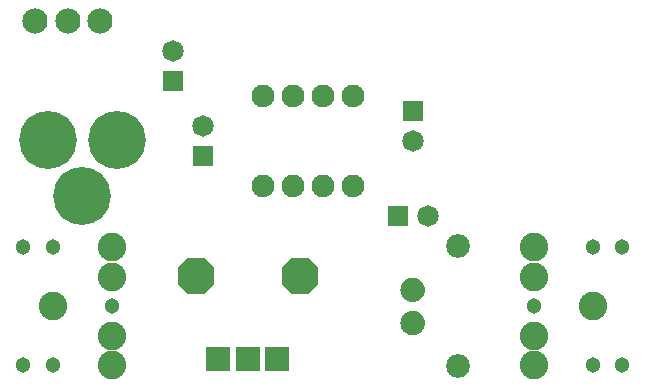
<source format=gbs>
G75*
%MOIN*%
%OFA0B0*%
%FSLAX25Y25*%
%IPPOS*%
%LPD*%
%AMOC8*
5,1,8,0,0,1.08239X$1,22.5*
%
%ADD10R,0.07156X0.07156*%
%ADD11C,0.07156*%
%ADD12C,0.00500*%
%ADD13C,0.07600*%
%ADD14C,0.09518*%
%ADD15C,0.05124*%
%ADD16C,0.07943*%
%ADD17R,0.08337X0.08337*%
%ADD18OC8,0.12274*%
%ADD19C,0.19298*%
%ADD20C,0.08400*%
D10*
X0083573Y0086000D03*
X0073573Y0111000D03*
X0148573Y0066000D03*
X0153573Y0101000D03*
D11*
X0153573Y0091000D03*
X0158573Y0066000D03*
X0083573Y0096000D03*
X0073573Y0121000D03*
D12*
X0151450Y0044627D02*
X0152087Y0044978D01*
X0152780Y0045199D01*
X0153503Y0045280D01*
X0154162Y0045230D01*
X0154803Y0045066D01*
X0155406Y0044794D01*
X0155953Y0044421D01*
X0156426Y0043959D01*
X0156812Y0043421D01*
X0157099Y0042825D01*
X0157277Y0042188D01*
X0157343Y0041530D01*
X0157276Y0040872D01*
X0157095Y0040235D01*
X0156807Y0039640D01*
X0156420Y0039103D01*
X0155945Y0038642D01*
X0155398Y0038271D01*
X0154794Y0038000D01*
X0154152Y0037838D01*
X0153493Y0037790D01*
X0152773Y0037868D01*
X0152083Y0038086D01*
X0151449Y0038434D01*
X0150895Y0038899D01*
X0150442Y0039463D01*
X0150108Y0040105D01*
X0149905Y0040799D01*
X0149843Y0041520D01*
X0149904Y0042245D01*
X0150106Y0042944D01*
X0150440Y0043590D01*
X0150894Y0044158D01*
X0151450Y0044627D01*
X0151146Y0044370D02*
X0156004Y0044370D01*
X0156488Y0043872D02*
X0150666Y0043872D01*
X0150328Y0043373D02*
X0156835Y0043373D01*
X0157075Y0042875D02*
X0150086Y0042875D01*
X0149942Y0042376D02*
X0157225Y0042376D01*
X0157308Y0041878D02*
X0149873Y0041878D01*
X0149855Y0041379D02*
X0157328Y0041379D01*
X0157277Y0040881D02*
X0149898Y0040881D01*
X0150027Y0040382D02*
X0157137Y0040382D01*
X0156925Y0039884D02*
X0150223Y0039884D01*
X0150504Y0039385D02*
X0156623Y0039385D01*
X0156197Y0038887D02*
X0150909Y0038887D01*
X0151532Y0038388D02*
X0155571Y0038388D01*
X0154358Y0037890D02*
X0152705Y0037890D01*
X0152780Y0034178D02*
X0153503Y0034259D01*
X0154162Y0034210D01*
X0154803Y0034046D01*
X0155406Y0033774D01*
X0155953Y0033401D01*
X0156426Y0032939D01*
X0156812Y0032401D01*
X0157099Y0031805D01*
X0157277Y0031168D01*
X0157343Y0030510D01*
X0157276Y0029852D01*
X0157095Y0029215D01*
X0156807Y0028620D01*
X0156420Y0028083D01*
X0155945Y0027622D01*
X0155398Y0027251D01*
X0154794Y0026980D01*
X0154152Y0026818D01*
X0153493Y0026770D01*
X0152773Y0026848D01*
X0152083Y0027066D01*
X0151449Y0027414D01*
X0150895Y0027879D01*
X0150442Y0028443D01*
X0150108Y0029085D01*
X0149905Y0029779D01*
X0149843Y0030500D01*
X0149904Y0031225D01*
X0150106Y0031923D01*
X0150440Y0032569D01*
X0150894Y0033138D01*
X0151450Y0033607D01*
X0152087Y0033958D01*
X0152780Y0034178D01*
X0151985Y0033902D02*
X0155123Y0033902D01*
X0155949Y0033403D02*
X0151209Y0033403D01*
X0150708Y0032905D02*
X0156450Y0032905D01*
X0156808Y0032406D02*
X0150356Y0032406D01*
X0150101Y0031908D02*
X0157049Y0031908D01*
X0157210Y0031409D02*
X0149957Y0031409D01*
X0149877Y0030911D02*
X0157303Y0030911D01*
X0157333Y0030412D02*
X0149850Y0030412D01*
X0149894Y0029914D02*
X0157282Y0029914D01*
X0157152Y0029415D02*
X0150012Y0029415D01*
X0150195Y0028917D02*
X0156951Y0028917D01*
X0156661Y0028418D02*
X0150462Y0028418D01*
X0150862Y0027920D02*
X0156251Y0027920D01*
X0155649Y0027421D02*
X0151440Y0027421D01*
X0152538Y0026923D02*
X0154568Y0026923D01*
X0155240Y0044869D02*
X0151889Y0044869D01*
D13*
X0133573Y0076000D03*
X0123573Y0076000D03*
X0113573Y0076000D03*
X0103573Y0076000D03*
X0103573Y0106000D03*
X0113573Y0106000D03*
X0123573Y0106000D03*
X0133573Y0106000D03*
D14*
X0193888Y0055685D03*
X0193888Y0045843D03*
X0213573Y0036000D03*
X0193888Y0026157D03*
X0193888Y0016315D03*
X0053258Y0016315D03*
X0053258Y0026157D03*
X0033573Y0036000D03*
X0053258Y0045843D03*
X0053258Y0055685D03*
D15*
X0023730Y0016315D03*
X0033573Y0016315D03*
X0053258Y0036000D03*
X0033573Y0055685D03*
X0023730Y0055685D03*
X0193888Y0036000D03*
X0213573Y0055685D03*
X0223415Y0055685D03*
X0223415Y0016315D03*
X0213573Y0016315D03*
D16*
X0168573Y0016000D03*
X0168573Y0056000D03*
D17*
X0108415Y0018441D03*
X0098573Y0018441D03*
X0088730Y0018441D03*
D18*
X0081250Y0046000D03*
X0115896Y0046000D03*
D19*
X0043337Y0072890D03*
X0031919Y0091394D03*
X0055148Y0091394D03*
D20*
X0049273Y0131000D03*
X0038573Y0131000D03*
X0027873Y0131000D03*
M02*

</source>
